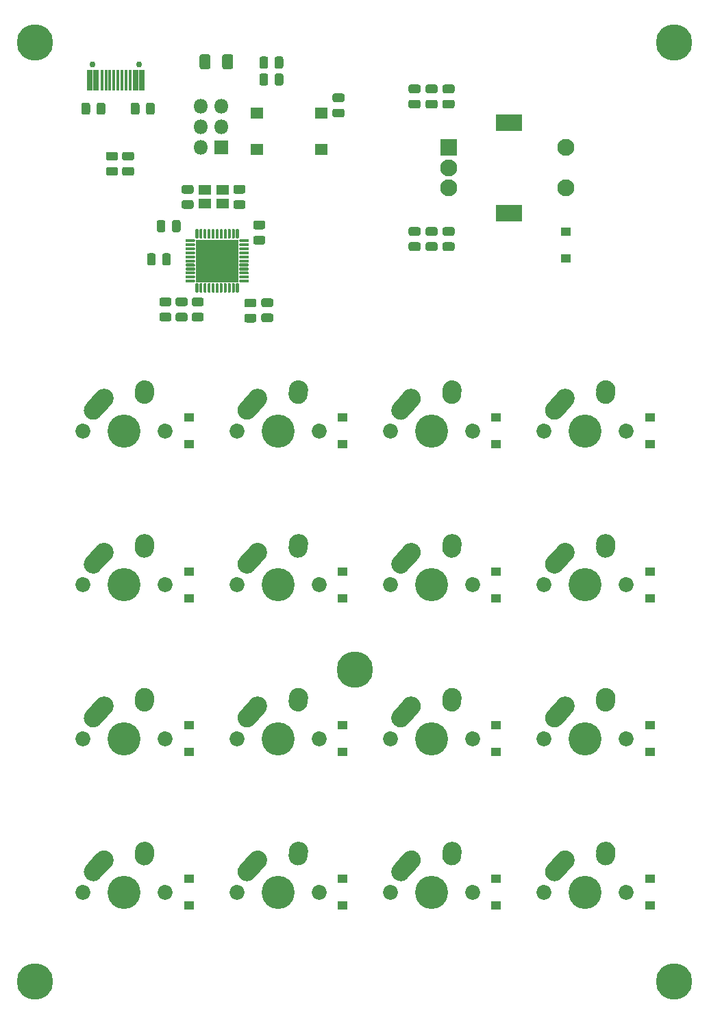
<source format=gbr>
%TF.GenerationSoftware,KiCad,Pcbnew,(5.1.6)-1*%
%TF.CreationDate,2020-09-07T19:59:05-05:00*%
%TF.ProjectId,deco-pad-v1,6465636f-2d70-4616-942d-76312e6b6963,rev?*%
%TF.SameCoordinates,Original*%
%TF.FileFunction,Soldermask,Bot*%
%TF.FilePolarity,Negative*%
%FSLAX46Y46*%
G04 Gerber Fmt 4.6, Leading zero omitted, Abs format (unit mm)*
G04 Created by KiCad (PCBNEW (5.1.6)-1) date 2020-09-07 19:59:05*
%MOMM*%
%LPD*%
G01*
G04 APERTURE LIST*
%ADD10R,5.300000X5.300000*%
%ADD11O,1.800000X1.800000*%
%ADD12R,1.800000X1.800000*%
%ADD13C,1.850000*%
%ADD14C,2.350000*%
%ADD15C,4.087800*%
%ADD16R,1.300000X1.000000*%
%ADD17R,1.500000X1.300000*%
%ADD18R,0.700000X2.550000*%
%ADD19R,0.400000X2.550000*%
%ADD20C,0.750000*%
%ADD21R,1.650000X1.400000*%
%ADD22R,2.100000X2.100000*%
%ADD23C,2.100000*%
%ADD24R,3.300000X2.100000*%
%ADD25C,0.800000*%
%ADD26C,4.500000*%
G04 APERTURE END LIST*
%TO.C,R5*%
G36*
G01*
X77100000Y-46481250D02*
X77100000Y-45518750D01*
G75*
G02*
X77368750Y-45250000I268750J0D01*
G01*
X77906250Y-45250000D01*
G75*
G02*
X78175000Y-45518750I0J-268750D01*
G01*
X78175000Y-46481250D01*
G75*
G02*
X77906250Y-46750000I-268750J0D01*
G01*
X77368750Y-46750000D01*
G75*
G02*
X77100000Y-46481250I0J268750D01*
G01*
G37*
G36*
G01*
X75225000Y-46481250D02*
X75225000Y-45518750D01*
G75*
G02*
X75493750Y-45250000I268750J0D01*
G01*
X76031250Y-45250000D01*
G75*
G02*
X76300000Y-45518750I0J-268750D01*
G01*
X76300000Y-46481250D01*
G75*
G02*
X76031250Y-46750000I-268750J0D01*
G01*
X75493750Y-46750000D01*
G75*
G02*
X75225000Y-46481250I0J268750D01*
G01*
G37*
%TD*%
%TO.C,D18*%
G36*
G01*
X77100000Y-48581250D02*
X77100000Y-47618750D01*
G75*
G02*
X77368750Y-47350000I268750J0D01*
G01*
X77906250Y-47350000D01*
G75*
G02*
X78175000Y-47618750I0J-268750D01*
G01*
X78175000Y-48581250D01*
G75*
G02*
X77906250Y-48850000I-268750J0D01*
G01*
X77368750Y-48850000D01*
G75*
G02*
X77100000Y-48581250I0J268750D01*
G01*
G37*
G36*
G01*
X75225000Y-48581250D02*
X75225000Y-47618750D01*
G75*
G02*
X75493750Y-47350000I268750J0D01*
G01*
X76031250Y-47350000D01*
G75*
G02*
X76300000Y-47618750I0J-268750D01*
G01*
X76300000Y-48581250D01*
G75*
G02*
X76031250Y-48850000I-268750J0D01*
G01*
X75493750Y-48850000D01*
G75*
G02*
X75225000Y-48581250I0J268750D01*
G01*
G37*
%TD*%
D10*
%TO.C,U1*%
X70000000Y-70500000D03*
G36*
G01*
X67325000Y-74337500D02*
X67325000Y-73337500D01*
G75*
G02*
X67412500Y-73250000I87500J0D01*
G01*
X67587500Y-73250000D01*
G75*
G02*
X67675000Y-73337500I0J-87500D01*
G01*
X67675000Y-74337500D01*
G75*
G02*
X67587500Y-74425000I-87500J0D01*
G01*
X67412500Y-74425000D01*
G75*
G02*
X67325000Y-74337500I0J87500D01*
G01*
G37*
G36*
G01*
X67825000Y-74337500D02*
X67825000Y-73337500D01*
G75*
G02*
X67912500Y-73250000I87500J0D01*
G01*
X68087500Y-73250000D01*
G75*
G02*
X68175000Y-73337500I0J-87500D01*
G01*
X68175000Y-74337500D01*
G75*
G02*
X68087500Y-74425000I-87500J0D01*
G01*
X67912500Y-74425000D01*
G75*
G02*
X67825000Y-74337500I0J87500D01*
G01*
G37*
G36*
G01*
X68325000Y-74337500D02*
X68325000Y-73337500D01*
G75*
G02*
X68412500Y-73250000I87500J0D01*
G01*
X68587500Y-73250000D01*
G75*
G02*
X68675000Y-73337500I0J-87500D01*
G01*
X68675000Y-74337500D01*
G75*
G02*
X68587500Y-74425000I-87500J0D01*
G01*
X68412500Y-74425000D01*
G75*
G02*
X68325000Y-74337500I0J87500D01*
G01*
G37*
G36*
G01*
X68825000Y-74337500D02*
X68825000Y-73337500D01*
G75*
G02*
X68912500Y-73250000I87500J0D01*
G01*
X69087500Y-73250000D01*
G75*
G02*
X69175000Y-73337500I0J-87500D01*
G01*
X69175000Y-74337500D01*
G75*
G02*
X69087500Y-74425000I-87500J0D01*
G01*
X68912500Y-74425000D01*
G75*
G02*
X68825000Y-74337500I0J87500D01*
G01*
G37*
G36*
G01*
X69325000Y-74337500D02*
X69325000Y-73337500D01*
G75*
G02*
X69412500Y-73250000I87500J0D01*
G01*
X69587500Y-73250000D01*
G75*
G02*
X69675000Y-73337500I0J-87500D01*
G01*
X69675000Y-74337500D01*
G75*
G02*
X69587500Y-74425000I-87500J0D01*
G01*
X69412500Y-74425000D01*
G75*
G02*
X69325000Y-74337500I0J87500D01*
G01*
G37*
G36*
G01*
X69825000Y-74337500D02*
X69825000Y-73337500D01*
G75*
G02*
X69912500Y-73250000I87500J0D01*
G01*
X70087500Y-73250000D01*
G75*
G02*
X70175000Y-73337500I0J-87500D01*
G01*
X70175000Y-74337500D01*
G75*
G02*
X70087500Y-74425000I-87500J0D01*
G01*
X69912500Y-74425000D01*
G75*
G02*
X69825000Y-74337500I0J87500D01*
G01*
G37*
G36*
G01*
X70325000Y-74337500D02*
X70325000Y-73337500D01*
G75*
G02*
X70412500Y-73250000I87500J0D01*
G01*
X70587500Y-73250000D01*
G75*
G02*
X70675000Y-73337500I0J-87500D01*
G01*
X70675000Y-74337500D01*
G75*
G02*
X70587500Y-74425000I-87500J0D01*
G01*
X70412500Y-74425000D01*
G75*
G02*
X70325000Y-74337500I0J87500D01*
G01*
G37*
G36*
G01*
X70825000Y-74337500D02*
X70825000Y-73337500D01*
G75*
G02*
X70912500Y-73250000I87500J0D01*
G01*
X71087500Y-73250000D01*
G75*
G02*
X71175000Y-73337500I0J-87500D01*
G01*
X71175000Y-74337500D01*
G75*
G02*
X71087500Y-74425000I-87500J0D01*
G01*
X70912500Y-74425000D01*
G75*
G02*
X70825000Y-74337500I0J87500D01*
G01*
G37*
G36*
G01*
X71325000Y-74337500D02*
X71325000Y-73337500D01*
G75*
G02*
X71412500Y-73250000I87500J0D01*
G01*
X71587500Y-73250000D01*
G75*
G02*
X71675000Y-73337500I0J-87500D01*
G01*
X71675000Y-74337500D01*
G75*
G02*
X71587500Y-74425000I-87500J0D01*
G01*
X71412500Y-74425000D01*
G75*
G02*
X71325000Y-74337500I0J87500D01*
G01*
G37*
G36*
G01*
X71825000Y-74337500D02*
X71825000Y-73337500D01*
G75*
G02*
X71912500Y-73250000I87500J0D01*
G01*
X72087500Y-73250000D01*
G75*
G02*
X72175000Y-73337500I0J-87500D01*
G01*
X72175000Y-74337500D01*
G75*
G02*
X72087500Y-74425000I-87500J0D01*
G01*
X71912500Y-74425000D01*
G75*
G02*
X71825000Y-74337500I0J87500D01*
G01*
G37*
G36*
G01*
X72325000Y-74337500D02*
X72325000Y-73337500D01*
G75*
G02*
X72412500Y-73250000I87500J0D01*
G01*
X72587500Y-73250000D01*
G75*
G02*
X72675000Y-73337500I0J-87500D01*
G01*
X72675000Y-74337500D01*
G75*
G02*
X72587500Y-74425000I-87500J0D01*
G01*
X72412500Y-74425000D01*
G75*
G02*
X72325000Y-74337500I0J87500D01*
G01*
G37*
G36*
G01*
X72750000Y-73087500D02*
X72750000Y-72912500D01*
G75*
G02*
X72837500Y-72825000I87500J0D01*
G01*
X73837500Y-72825000D01*
G75*
G02*
X73925000Y-72912500I0J-87500D01*
G01*
X73925000Y-73087500D01*
G75*
G02*
X73837500Y-73175000I-87500J0D01*
G01*
X72837500Y-73175000D01*
G75*
G02*
X72750000Y-73087500I0J87500D01*
G01*
G37*
G36*
G01*
X72750000Y-72587500D02*
X72750000Y-72412500D01*
G75*
G02*
X72837500Y-72325000I87500J0D01*
G01*
X73837500Y-72325000D01*
G75*
G02*
X73925000Y-72412500I0J-87500D01*
G01*
X73925000Y-72587500D01*
G75*
G02*
X73837500Y-72675000I-87500J0D01*
G01*
X72837500Y-72675000D01*
G75*
G02*
X72750000Y-72587500I0J87500D01*
G01*
G37*
G36*
G01*
X72750000Y-72087500D02*
X72750000Y-71912500D01*
G75*
G02*
X72837500Y-71825000I87500J0D01*
G01*
X73837500Y-71825000D01*
G75*
G02*
X73925000Y-71912500I0J-87500D01*
G01*
X73925000Y-72087500D01*
G75*
G02*
X73837500Y-72175000I-87500J0D01*
G01*
X72837500Y-72175000D01*
G75*
G02*
X72750000Y-72087500I0J87500D01*
G01*
G37*
G36*
G01*
X72750000Y-71587500D02*
X72750000Y-71412500D01*
G75*
G02*
X72837500Y-71325000I87500J0D01*
G01*
X73837500Y-71325000D01*
G75*
G02*
X73925000Y-71412500I0J-87500D01*
G01*
X73925000Y-71587500D01*
G75*
G02*
X73837500Y-71675000I-87500J0D01*
G01*
X72837500Y-71675000D01*
G75*
G02*
X72750000Y-71587500I0J87500D01*
G01*
G37*
G36*
G01*
X72750000Y-71087500D02*
X72750000Y-70912500D01*
G75*
G02*
X72837500Y-70825000I87500J0D01*
G01*
X73837500Y-70825000D01*
G75*
G02*
X73925000Y-70912500I0J-87500D01*
G01*
X73925000Y-71087500D01*
G75*
G02*
X73837500Y-71175000I-87500J0D01*
G01*
X72837500Y-71175000D01*
G75*
G02*
X72750000Y-71087500I0J87500D01*
G01*
G37*
G36*
G01*
X72750000Y-70587500D02*
X72750000Y-70412500D01*
G75*
G02*
X72837500Y-70325000I87500J0D01*
G01*
X73837500Y-70325000D01*
G75*
G02*
X73925000Y-70412500I0J-87500D01*
G01*
X73925000Y-70587500D01*
G75*
G02*
X73837500Y-70675000I-87500J0D01*
G01*
X72837500Y-70675000D01*
G75*
G02*
X72750000Y-70587500I0J87500D01*
G01*
G37*
G36*
G01*
X72750000Y-70087500D02*
X72750000Y-69912500D01*
G75*
G02*
X72837500Y-69825000I87500J0D01*
G01*
X73837500Y-69825000D01*
G75*
G02*
X73925000Y-69912500I0J-87500D01*
G01*
X73925000Y-70087500D01*
G75*
G02*
X73837500Y-70175000I-87500J0D01*
G01*
X72837500Y-70175000D01*
G75*
G02*
X72750000Y-70087500I0J87500D01*
G01*
G37*
G36*
G01*
X72750000Y-69587500D02*
X72750000Y-69412500D01*
G75*
G02*
X72837500Y-69325000I87500J0D01*
G01*
X73837500Y-69325000D01*
G75*
G02*
X73925000Y-69412500I0J-87500D01*
G01*
X73925000Y-69587500D01*
G75*
G02*
X73837500Y-69675000I-87500J0D01*
G01*
X72837500Y-69675000D01*
G75*
G02*
X72750000Y-69587500I0J87500D01*
G01*
G37*
G36*
G01*
X72750000Y-69087500D02*
X72750000Y-68912500D01*
G75*
G02*
X72837500Y-68825000I87500J0D01*
G01*
X73837500Y-68825000D01*
G75*
G02*
X73925000Y-68912500I0J-87500D01*
G01*
X73925000Y-69087500D01*
G75*
G02*
X73837500Y-69175000I-87500J0D01*
G01*
X72837500Y-69175000D01*
G75*
G02*
X72750000Y-69087500I0J87500D01*
G01*
G37*
G36*
G01*
X72750000Y-68587500D02*
X72750000Y-68412500D01*
G75*
G02*
X72837500Y-68325000I87500J0D01*
G01*
X73837500Y-68325000D01*
G75*
G02*
X73925000Y-68412500I0J-87500D01*
G01*
X73925000Y-68587500D01*
G75*
G02*
X73837500Y-68675000I-87500J0D01*
G01*
X72837500Y-68675000D01*
G75*
G02*
X72750000Y-68587500I0J87500D01*
G01*
G37*
G36*
G01*
X72750000Y-68087500D02*
X72750000Y-67912500D01*
G75*
G02*
X72837500Y-67825000I87500J0D01*
G01*
X73837500Y-67825000D01*
G75*
G02*
X73925000Y-67912500I0J-87500D01*
G01*
X73925000Y-68087500D01*
G75*
G02*
X73837500Y-68175000I-87500J0D01*
G01*
X72837500Y-68175000D01*
G75*
G02*
X72750000Y-68087500I0J87500D01*
G01*
G37*
G36*
G01*
X72325000Y-67662500D02*
X72325000Y-66662500D01*
G75*
G02*
X72412500Y-66575000I87500J0D01*
G01*
X72587500Y-66575000D01*
G75*
G02*
X72675000Y-66662500I0J-87500D01*
G01*
X72675000Y-67662500D01*
G75*
G02*
X72587500Y-67750000I-87500J0D01*
G01*
X72412500Y-67750000D01*
G75*
G02*
X72325000Y-67662500I0J87500D01*
G01*
G37*
G36*
G01*
X71825000Y-67662500D02*
X71825000Y-66662500D01*
G75*
G02*
X71912500Y-66575000I87500J0D01*
G01*
X72087500Y-66575000D01*
G75*
G02*
X72175000Y-66662500I0J-87500D01*
G01*
X72175000Y-67662500D01*
G75*
G02*
X72087500Y-67750000I-87500J0D01*
G01*
X71912500Y-67750000D01*
G75*
G02*
X71825000Y-67662500I0J87500D01*
G01*
G37*
G36*
G01*
X71325000Y-67662500D02*
X71325000Y-66662500D01*
G75*
G02*
X71412500Y-66575000I87500J0D01*
G01*
X71587500Y-66575000D01*
G75*
G02*
X71675000Y-66662500I0J-87500D01*
G01*
X71675000Y-67662500D01*
G75*
G02*
X71587500Y-67750000I-87500J0D01*
G01*
X71412500Y-67750000D01*
G75*
G02*
X71325000Y-67662500I0J87500D01*
G01*
G37*
G36*
G01*
X70825000Y-67662500D02*
X70825000Y-66662500D01*
G75*
G02*
X70912500Y-66575000I87500J0D01*
G01*
X71087500Y-66575000D01*
G75*
G02*
X71175000Y-66662500I0J-87500D01*
G01*
X71175000Y-67662500D01*
G75*
G02*
X71087500Y-67750000I-87500J0D01*
G01*
X70912500Y-67750000D01*
G75*
G02*
X70825000Y-67662500I0J87500D01*
G01*
G37*
G36*
G01*
X70325000Y-67662500D02*
X70325000Y-66662500D01*
G75*
G02*
X70412500Y-66575000I87500J0D01*
G01*
X70587500Y-66575000D01*
G75*
G02*
X70675000Y-66662500I0J-87500D01*
G01*
X70675000Y-67662500D01*
G75*
G02*
X70587500Y-67750000I-87500J0D01*
G01*
X70412500Y-67750000D01*
G75*
G02*
X70325000Y-67662500I0J87500D01*
G01*
G37*
G36*
G01*
X69825000Y-67662500D02*
X69825000Y-66662500D01*
G75*
G02*
X69912500Y-66575000I87500J0D01*
G01*
X70087500Y-66575000D01*
G75*
G02*
X70175000Y-66662500I0J-87500D01*
G01*
X70175000Y-67662500D01*
G75*
G02*
X70087500Y-67750000I-87500J0D01*
G01*
X69912500Y-67750000D01*
G75*
G02*
X69825000Y-67662500I0J87500D01*
G01*
G37*
G36*
G01*
X69325000Y-67662500D02*
X69325000Y-66662500D01*
G75*
G02*
X69412500Y-66575000I87500J0D01*
G01*
X69587500Y-66575000D01*
G75*
G02*
X69675000Y-66662500I0J-87500D01*
G01*
X69675000Y-67662500D01*
G75*
G02*
X69587500Y-67750000I-87500J0D01*
G01*
X69412500Y-67750000D01*
G75*
G02*
X69325000Y-67662500I0J87500D01*
G01*
G37*
G36*
G01*
X68825000Y-67662500D02*
X68825000Y-66662500D01*
G75*
G02*
X68912500Y-66575000I87500J0D01*
G01*
X69087500Y-66575000D01*
G75*
G02*
X69175000Y-66662500I0J-87500D01*
G01*
X69175000Y-67662500D01*
G75*
G02*
X69087500Y-67750000I-87500J0D01*
G01*
X68912500Y-67750000D01*
G75*
G02*
X68825000Y-67662500I0J87500D01*
G01*
G37*
G36*
G01*
X68325000Y-67662500D02*
X68325000Y-66662500D01*
G75*
G02*
X68412500Y-66575000I87500J0D01*
G01*
X68587500Y-66575000D01*
G75*
G02*
X68675000Y-66662500I0J-87500D01*
G01*
X68675000Y-67662500D01*
G75*
G02*
X68587500Y-67750000I-87500J0D01*
G01*
X68412500Y-67750000D01*
G75*
G02*
X68325000Y-67662500I0J87500D01*
G01*
G37*
G36*
G01*
X67825000Y-67662500D02*
X67825000Y-66662500D01*
G75*
G02*
X67912500Y-66575000I87500J0D01*
G01*
X68087500Y-66575000D01*
G75*
G02*
X68175000Y-66662500I0J-87500D01*
G01*
X68175000Y-67662500D01*
G75*
G02*
X68087500Y-67750000I-87500J0D01*
G01*
X67912500Y-67750000D01*
G75*
G02*
X67825000Y-67662500I0J87500D01*
G01*
G37*
G36*
G01*
X67325000Y-67662500D02*
X67325000Y-66662500D01*
G75*
G02*
X67412500Y-66575000I87500J0D01*
G01*
X67587500Y-66575000D01*
G75*
G02*
X67675000Y-66662500I0J-87500D01*
G01*
X67675000Y-67662500D01*
G75*
G02*
X67587500Y-67750000I-87500J0D01*
G01*
X67412500Y-67750000D01*
G75*
G02*
X67325000Y-67662500I0J87500D01*
G01*
G37*
G36*
G01*
X66075000Y-68087500D02*
X66075000Y-67912500D01*
G75*
G02*
X66162500Y-67825000I87500J0D01*
G01*
X67162500Y-67825000D01*
G75*
G02*
X67250000Y-67912500I0J-87500D01*
G01*
X67250000Y-68087500D01*
G75*
G02*
X67162500Y-68175000I-87500J0D01*
G01*
X66162500Y-68175000D01*
G75*
G02*
X66075000Y-68087500I0J87500D01*
G01*
G37*
G36*
G01*
X66075000Y-68587500D02*
X66075000Y-68412500D01*
G75*
G02*
X66162500Y-68325000I87500J0D01*
G01*
X67162500Y-68325000D01*
G75*
G02*
X67250000Y-68412500I0J-87500D01*
G01*
X67250000Y-68587500D01*
G75*
G02*
X67162500Y-68675000I-87500J0D01*
G01*
X66162500Y-68675000D01*
G75*
G02*
X66075000Y-68587500I0J87500D01*
G01*
G37*
G36*
G01*
X66075000Y-69087500D02*
X66075000Y-68912500D01*
G75*
G02*
X66162500Y-68825000I87500J0D01*
G01*
X67162500Y-68825000D01*
G75*
G02*
X67250000Y-68912500I0J-87500D01*
G01*
X67250000Y-69087500D01*
G75*
G02*
X67162500Y-69175000I-87500J0D01*
G01*
X66162500Y-69175000D01*
G75*
G02*
X66075000Y-69087500I0J87500D01*
G01*
G37*
G36*
G01*
X66075000Y-69587500D02*
X66075000Y-69412500D01*
G75*
G02*
X66162500Y-69325000I87500J0D01*
G01*
X67162500Y-69325000D01*
G75*
G02*
X67250000Y-69412500I0J-87500D01*
G01*
X67250000Y-69587500D01*
G75*
G02*
X67162500Y-69675000I-87500J0D01*
G01*
X66162500Y-69675000D01*
G75*
G02*
X66075000Y-69587500I0J87500D01*
G01*
G37*
G36*
G01*
X66075000Y-70087500D02*
X66075000Y-69912500D01*
G75*
G02*
X66162500Y-69825000I87500J0D01*
G01*
X67162500Y-69825000D01*
G75*
G02*
X67250000Y-69912500I0J-87500D01*
G01*
X67250000Y-70087500D01*
G75*
G02*
X67162500Y-70175000I-87500J0D01*
G01*
X66162500Y-70175000D01*
G75*
G02*
X66075000Y-70087500I0J87500D01*
G01*
G37*
G36*
G01*
X66075000Y-70587500D02*
X66075000Y-70412500D01*
G75*
G02*
X66162500Y-70325000I87500J0D01*
G01*
X67162500Y-70325000D01*
G75*
G02*
X67250000Y-70412500I0J-87500D01*
G01*
X67250000Y-70587500D01*
G75*
G02*
X67162500Y-70675000I-87500J0D01*
G01*
X66162500Y-70675000D01*
G75*
G02*
X66075000Y-70587500I0J87500D01*
G01*
G37*
G36*
G01*
X66075000Y-71087500D02*
X66075000Y-70912500D01*
G75*
G02*
X66162500Y-70825000I87500J0D01*
G01*
X67162500Y-70825000D01*
G75*
G02*
X67250000Y-70912500I0J-87500D01*
G01*
X67250000Y-71087500D01*
G75*
G02*
X67162500Y-71175000I-87500J0D01*
G01*
X66162500Y-71175000D01*
G75*
G02*
X66075000Y-71087500I0J87500D01*
G01*
G37*
G36*
G01*
X66075000Y-71587500D02*
X66075000Y-71412500D01*
G75*
G02*
X66162500Y-71325000I87500J0D01*
G01*
X67162500Y-71325000D01*
G75*
G02*
X67250000Y-71412500I0J-87500D01*
G01*
X67250000Y-71587500D01*
G75*
G02*
X67162500Y-71675000I-87500J0D01*
G01*
X66162500Y-71675000D01*
G75*
G02*
X66075000Y-71587500I0J87500D01*
G01*
G37*
G36*
G01*
X66075000Y-72087500D02*
X66075000Y-71912500D01*
G75*
G02*
X66162500Y-71825000I87500J0D01*
G01*
X67162500Y-71825000D01*
G75*
G02*
X67250000Y-71912500I0J-87500D01*
G01*
X67250000Y-72087500D01*
G75*
G02*
X67162500Y-72175000I-87500J0D01*
G01*
X66162500Y-72175000D01*
G75*
G02*
X66075000Y-72087500I0J87500D01*
G01*
G37*
G36*
G01*
X66075000Y-72587500D02*
X66075000Y-72412500D01*
G75*
G02*
X66162500Y-72325000I87500J0D01*
G01*
X67162500Y-72325000D01*
G75*
G02*
X67250000Y-72412500I0J-87500D01*
G01*
X67250000Y-72587500D01*
G75*
G02*
X67162500Y-72675000I-87500J0D01*
G01*
X66162500Y-72675000D01*
G75*
G02*
X66075000Y-72587500I0J87500D01*
G01*
G37*
G36*
G01*
X66075000Y-73087500D02*
X66075000Y-72912500D01*
G75*
G02*
X66162500Y-72825000I87500J0D01*
G01*
X67162500Y-72825000D01*
G75*
G02*
X67250000Y-72912500I0J-87500D01*
G01*
X67250000Y-73087500D01*
G75*
G02*
X67162500Y-73175000I-87500J0D01*
G01*
X66162500Y-73175000D01*
G75*
G02*
X66075000Y-73087500I0J87500D01*
G01*
G37*
%TD*%
D11*
%TO.C,J1*%
X67960000Y-51420000D03*
X70500000Y-51420000D03*
X67960000Y-53960000D03*
X70500000Y-53960000D03*
X67960000Y-56500000D03*
D12*
X70500000Y-56500000D03*
%TD*%
D13*
%TO.C,MX5*%
X82580000Y-91500000D03*
X72420000Y-91500000D03*
D14*
X75000000Y-87500000D03*
D15*
X77500000Y-91500000D03*
G36*
G01*
X72905291Y-89834560D02*
X72905291Y-89834561D01*
G75*
G02*
X72815439Y-88175291I784709J874561D01*
G01*
X74125441Y-86715291D01*
G75*
G02*
X75784711Y-86625439I874561J-784709D01*
G01*
X75784711Y-86625439D01*
G75*
G02*
X75874563Y-88284709I-784709J-874561D01*
G01*
X74564561Y-89744709D01*
G75*
G02*
X72905291Y-89834561I-874561J784709D01*
G01*
G37*
D14*
X80040000Y-86420000D03*
G36*
G01*
X79919157Y-88172216D02*
X79919157Y-88172216D01*
G75*
G02*
X78827784Y-86919157I80843J1172216D01*
G01*
X78867784Y-86339157D01*
G75*
G02*
X80120843Y-85247784I1172216J-80843D01*
G01*
X80120843Y-85247784D01*
G75*
G02*
X81212216Y-86500843I-80843J-1172216D01*
G01*
X81172216Y-87080843D01*
G75*
G02*
X79919157Y-88172216I-1172216J80843D01*
G01*
G37*
%TD*%
%TO.C,R4*%
G36*
G01*
X58518750Y-58900000D02*
X59481250Y-58900000D01*
G75*
G02*
X59750000Y-59168750I0J-268750D01*
G01*
X59750000Y-59706250D01*
G75*
G02*
X59481250Y-59975000I-268750J0D01*
G01*
X58518750Y-59975000D01*
G75*
G02*
X58250000Y-59706250I0J268750D01*
G01*
X58250000Y-59168750D01*
G75*
G02*
X58518750Y-58900000I268750J0D01*
G01*
G37*
G36*
G01*
X58518750Y-57025000D02*
X59481250Y-57025000D01*
G75*
G02*
X59750000Y-57293750I0J-268750D01*
G01*
X59750000Y-57831250D01*
G75*
G02*
X59481250Y-58100000I-268750J0D01*
G01*
X58518750Y-58100000D01*
G75*
G02*
X58250000Y-57831250I0J268750D01*
G01*
X58250000Y-57293750D01*
G75*
G02*
X58518750Y-57025000I268750J0D01*
G01*
G37*
%TD*%
%TO.C,R9*%
G36*
G01*
X94881250Y-49800000D02*
X93918750Y-49800000D01*
G75*
G02*
X93650000Y-49531250I0J268750D01*
G01*
X93650000Y-48993750D01*
G75*
G02*
X93918750Y-48725000I268750J0D01*
G01*
X94881250Y-48725000D01*
G75*
G02*
X95150000Y-48993750I0J-268750D01*
G01*
X95150000Y-49531250D01*
G75*
G02*
X94881250Y-49800000I-268750J0D01*
G01*
G37*
G36*
G01*
X94881250Y-51675000D02*
X93918750Y-51675000D01*
G75*
G02*
X93650000Y-51406250I0J268750D01*
G01*
X93650000Y-50868750D01*
G75*
G02*
X93918750Y-50600000I268750J0D01*
G01*
X94881250Y-50600000D01*
G75*
G02*
X95150000Y-50868750I0J-268750D01*
G01*
X95150000Y-51406250D01*
G75*
G02*
X94881250Y-51675000I-268750J0D01*
G01*
G37*
%TD*%
%TO.C,R8*%
G36*
G01*
X93918750Y-68200000D02*
X94881250Y-68200000D01*
G75*
G02*
X95150000Y-68468750I0J-268750D01*
G01*
X95150000Y-69006250D01*
G75*
G02*
X94881250Y-69275000I-268750J0D01*
G01*
X93918750Y-69275000D01*
G75*
G02*
X93650000Y-69006250I0J268750D01*
G01*
X93650000Y-68468750D01*
G75*
G02*
X93918750Y-68200000I268750J0D01*
G01*
G37*
G36*
G01*
X93918750Y-66325000D02*
X94881250Y-66325000D01*
G75*
G02*
X95150000Y-66593750I0J-268750D01*
G01*
X95150000Y-67131250D01*
G75*
G02*
X94881250Y-67400000I-268750J0D01*
G01*
X93918750Y-67400000D01*
G75*
G02*
X93650000Y-67131250I0J268750D01*
G01*
X93650000Y-66593750D01*
G75*
G02*
X93918750Y-66325000I268750J0D01*
G01*
G37*
%TD*%
%TO.C,R7*%
G36*
G01*
X99081250Y-67400000D02*
X98118750Y-67400000D01*
G75*
G02*
X97850000Y-67131250I0J268750D01*
G01*
X97850000Y-66593750D01*
G75*
G02*
X98118750Y-66325000I268750J0D01*
G01*
X99081250Y-66325000D01*
G75*
G02*
X99350000Y-66593750I0J-268750D01*
G01*
X99350000Y-67131250D01*
G75*
G02*
X99081250Y-67400000I-268750J0D01*
G01*
G37*
G36*
G01*
X99081250Y-69275000D02*
X98118750Y-69275000D01*
G75*
G02*
X97850000Y-69006250I0J268750D01*
G01*
X97850000Y-68468750D01*
G75*
G02*
X98118750Y-68200000I268750J0D01*
G01*
X99081250Y-68200000D01*
G75*
G02*
X99350000Y-68468750I0J-268750D01*
G01*
X99350000Y-69006250D01*
G75*
G02*
X99081250Y-69275000I-268750J0D01*
G01*
G37*
%TD*%
%TO.C,R6*%
G36*
G01*
X98118750Y-50600000D02*
X99081250Y-50600000D01*
G75*
G02*
X99350000Y-50868750I0J-268750D01*
G01*
X99350000Y-51406250D01*
G75*
G02*
X99081250Y-51675000I-268750J0D01*
G01*
X98118750Y-51675000D01*
G75*
G02*
X97850000Y-51406250I0J268750D01*
G01*
X97850000Y-50868750D01*
G75*
G02*
X98118750Y-50600000I268750J0D01*
G01*
G37*
G36*
G01*
X98118750Y-48725000D02*
X99081250Y-48725000D01*
G75*
G02*
X99350000Y-48993750I0J-268750D01*
G01*
X99350000Y-49531250D01*
G75*
G02*
X99081250Y-49800000I-268750J0D01*
G01*
X98118750Y-49800000D01*
G75*
G02*
X97850000Y-49531250I0J268750D01*
G01*
X97850000Y-48993750D01*
G75*
G02*
X98118750Y-48725000I268750J0D01*
G01*
G37*
%TD*%
D16*
%TO.C,D17*%
X113100000Y-66850000D03*
X113100000Y-70150000D03*
%TD*%
%TO.C,C2*%
G36*
G01*
X96018750Y-50600000D02*
X96981250Y-50600000D01*
G75*
G02*
X97250000Y-50868750I0J-268750D01*
G01*
X97250000Y-51406250D01*
G75*
G02*
X96981250Y-51675000I-268750J0D01*
G01*
X96018750Y-51675000D01*
G75*
G02*
X95750000Y-51406250I0J268750D01*
G01*
X95750000Y-50868750D01*
G75*
G02*
X96018750Y-50600000I268750J0D01*
G01*
G37*
G36*
G01*
X96018750Y-48725000D02*
X96981250Y-48725000D01*
G75*
G02*
X97250000Y-48993750I0J-268750D01*
G01*
X97250000Y-49531250D01*
G75*
G02*
X96981250Y-49800000I-268750J0D01*
G01*
X96018750Y-49800000D01*
G75*
G02*
X95750000Y-49531250I0J268750D01*
G01*
X95750000Y-48993750D01*
G75*
G02*
X96018750Y-48725000I268750J0D01*
G01*
G37*
%TD*%
%TO.C,C1*%
G36*
G01*
X96981250Y-67400000D02*
X96018750Y-67400000D01*
G75*
G02*
X95750000Y-67131250I0J268750D01*
G01*
X95750000Y-66593750D01*
G75*
G02*
X96018750Y-66325000I268750J0D01*
G01*
X96981250Y-66325000D01*
G75*
G02*
X97250000Y-66593750I0J-268750D01*
G01*
X97250000Y-67131250D01*
G75*
G02*
X96981250Y-67400000I-268750J0D01*
G01*
G37*
G36*
G01*
X96981250Y-69275000D02*
X96018750Y-69275000D01*
G75*
G02*
X95750000Y-69006250I0J268750D01*
G01*
X95750000Y-68468750D01*
G75*
G02*
X96018750Y-68200000I268750J0D01*
G01*
X96981250Y-68200000D01*
G75*
G02*
X97250000Y-68468750I0J-268750D01*
G01*
X97250000Y-69006250D01*
G75*
G02*
X96981250Y-69275000I-268750J0D01*
G01*
G37*
%TD*%
D13*
%TO.C,MX12*%
X101580000Y-148500000D03*
X91420000Y-148500000D03*
D14*
X94000000Y-144500000D03*
D15*
X96500000Y-148500000D03*
G36*
G01*
X91905291Y-146834560D02*
X91905291Y-146834561D01*
G75*
G02*
X91815439Y-145175291I784709J874561D01*
G01*
X93125441Y-143715291D01*
G75*
G02*
X94784711Y-143625439I874561J-784709D01*
G01*
X94784711Y-143625439D01*
G75*
G02*
X94874563Y-145284709I-784709J-874561D01*
G01*
X93564561Y-146744709D01*
G75*
G02*
X91905291Y-146834561I-874561J784709D01*
G01*
G37*
D14*
X99040000Y-143420000D03*
G36*
G01*
X98919157Y-145172216D02*
X98919157Y-145172216D01*
G75*
G02*
X97827784Y-143919157I80843J1172216D01*
G01*
X97867784Y-143339157D01*
G75*
G02*
X99120843Y-142247784I1172216J-80843D01*
G01*
X99120843Y-142247784D01*
G75*
G02*
X100212216Y-143500843I-80843J-1172216D01*
G01*
X100172216Y-144080843D01*
G75*
G02*
X98919157Y-145172216I-1172216J80843D01*
G01*
G37*
%TD*%
D13*
%TO.C,MX13*%
X120580000Y-91500000D03*
X110420000Y-91500000D03*
D14*
X113000000Y-87500000D03*
D15*
X115500000Y-91500000D03*
G36*
G01*
X110905291Y-89834560D02*
X110905291Y-89834561D01*
G75*
G02*
X110815439Y-88175291I784709J874561D01*
G01*
X112125441Y-86715291D01*
G75*
G02*
X113784711Y-86625439I874561J-784709D01*
G01*
X113784711Y-86625439D01*
G75*
G02*
X113874563Y-88284709I-784709J-874561D01*
G01*
X112564561Y-89744709D01*
G75*
G02*
X110905291Y-89834561I-874561J784709D01*
G01*
G37*
D14*
X118040000Y-86420000D03*
G36*
G01*
X117919157Y-88172216D02*
X117919157Y-88172216D01*
G75*
G02*
X116827784Y-86919157I80843J1172216D01*
G01*
X116867784Y-86339157D01*
G75*
G02*
X118120843Y-85247784I1172216J-80843D01*
G01*
X118120843Y-85247784D01*
G75*
G02*
X119212216Y-86500843I-80843J-1172216D01*
G01*
X119172216Y-87080843D01*
G75*
G02*
X117919157Y-88172216I-1172216J80843D01*
G01*
G37*
%TD*%
D13*
%TO.C,MX9*%
X101580000Y-91500000D03*
X91420000Y-91500000D03*
D14*
X94000000Y-87500000D03*
D15*
X96500000Y-91500000D03*
G36*
G01*
X91905291Y-89834560D02*
X91905291Y-89834561D01*
G75*
G02*
X91815439Y-88175291I784709J874561D01*
G01*
X93125441Y-86715291D01*
G75*
G02*
X94784711Y-86625439I874561J-784709D01*
G01*
X94784711Y-86625439D01*
G75*
G02*
X94874563Y-88284709I-784709J-874561D01*
G01*
X93564561Y-89744709D01*
G75*
G02*
X91905291Y-89834561I-874561J784709D01*
G01*
G37*
D14*
X99040000Y-86420000D03*
G36*
G01*
X98919157Y-88172216D02*
X98919157Y-88172216D01*
G75*
G02*
X97827784Y-86919157I80843J1172216D01*
G01*
X97867784Y-86339157D01*
G75*
G02*
X99120843Y-85247784I1172216J-80843D01*
G01*
X99120843Y-85247784D01*
G75*
G02*
X100212216Y-86500843I-80843J-1172216D01*
G01*
X100172216Y-87080843D01*
G75*
G02*
X98919157Y-88172216I-1172216J80843D01*
G01*
G37*
%TD*%
D17*
%TO.C,Y1*%
X70650000Y-61750000D03*
X68450000Y-61750000D03*
X68450000Y-63450000D03*
X70650000Y-63450000D03*
%TD*%
D18*
%TO.C,USB1*%
X60725000Y-48195000D03*
X54275000Y-48195000D03*
X59950000Y-48195000D03*
X55050000Y-48195000D03*
D19*
X55750000Y-48195000D03*
X59250000Y-48195000D03*
X56250000Y-48195000D03*
X58750000Y-48195000D03*
X56750000Y-48195000D03*
X58250000Y-48195000D03*
X57750000Y-48195000D03*
X57250000Y-48195000D03*
D20*
X60390000Y-46250000D03*
X54610000Y-46250000D03*
%TD*%
D21*
%TO.C,SW2*%
X82875000Y-52250000D03*
X74925000Y-52250000D03*
X82875000Y-56750000D03*
X74925000Y-56750000D03*
%TD*%
D22*
%TO.C,SW1*%
X98600000Y-56500000D03*
D23*
X98600000Y-59000000D03*
X98600000Y-61500000D03*
D24*
X106100000Y-53400000D03*
X106100000Y-64600000D03*
D23*
X113100000Y-56500000D03*
X113100000Y-61500000D03*
%TD*%
%TO.C,R11*%
G36*
G01*
X76681250Y-76200000D02*
X75718750Y-76200000D01*
G75*
G02*
X75450000Y-75931250I0J268750D01*
G01*
X75450000Y-75393750D01*
G75*
G02*
X75718750Y-75125000I268750J0D01*
G01*
X76681250Y-75125000D01*
G75*
G02*
X76950000Y-75393750I0J-268750D01*
G01*
X76950000Y-75931250D01*
G75*
G02*
X76681250Y-76200000I-268750J0D01*
G01*
G37*
G36*
G01*
X76681250Y-78075000D02*
X75718750Y-78075000D01*
G75*
G02*
X75450000Y-77806250I0J268750D01*
G01*
X75450000Y-77268750D01*
G75*
G02*
X75718750Y-77000000I268750J0D01*
G01*
X76681250Y-77000000D01*
G75*
G02*
X76950000Y-77268750I0J-268750D01*
G01*
X76950000Y-77806250D01*
G75*
G02*
X76681250Y-78075000I-268750J0D01*
G01*
G37*
%TD*%
%TO.C,R10*%
G36*
G01*
X84518750Y-51700000D02*
X85481250Y-51700000D01*
G75*
G02*
X85750000Y-51968750I0J-268750D01*
G01*
X85750000Y-52506250D01*
G75*
G02*
X85481250Y-52775000I-268750J0D01*
G01*
X84518750Y-52775000D01*
G75*
G02*
X84250000Y-52506250I0J268750D01*
G01*
X84250000Y-51968750D01*
G75*
G02*
X84518750Y-51700000I268750J0D01*
G01*
G37*
G36*
G01*
X84518750Y-49825000D02*
X85481250Y-49825000D01*
G75*
G02*
X85750000Y-50093750I0J-268750D01*
G01*
X85750000Y-50631250D01*
G75*
G02*
X85481250Y-50900000I-268750J0D01*
G01*
X84518750Y-50900000D01*
G75*
G02*
X84250000Y-50631250I0J268750D01*
G01*
X84250000Y-50093750D01*
G75*
G02*
X84518750Y-49825000I268750J0D01*
G01*
G37*
%TD*%
%TO.C,R3*%
G36*
G01*
X57481250Y-58100000D02*
X56518750Y-58100000D01*
G75*
G02*
X56250000Y-57831250I0J268750D01*
G01*
X56250000Y-57293750D01*
G75*
G02*
X56518750Y-57025000I268750J0D01*
G01*
X57481250Y-57025000D01*
G75*
G02*
X57750000Y-57293750I0J-268750D01*
G01*
X57750000Y-57831250D01*
G75*
G02*
X57481250Y-58100000I-268750J0D01*
G01*
G37*
G36*
G01*
X57481250Y-59975000D02*
X56518750Y-59975000D01*
G75*
G02*
X56250000Y-59706250I0J268750D01*
G01*
X56250000Y-59168750D01*
G75*
G02*
X56518750Y-58900000I268750J0D01*
G01*
X57481250Y-58900000D01*
G75*
G02*
X57750000Y-59168750I0J-268750D01*
G01*
X57750000Y-59706250D01*
G75*
G02*
X57481250Y-59975000I-268750J0D01*
G01*
G37*
%TD*%
%TO.C,R2*%
G36*
G01*
X54300000Y-51218750D02*
X54300000Y-52181250D01*
G75*
G02*
X54031250Y-52450000I-268750J0D01*
G01*
X53493750Y-52450000D01*
G75*
G02*
X53225000Y-52181250I0J268750D01*
G01*
X53225000Y-51218750D01*
G75*
G02*
X53493750Y-50950000I268750J0D01*
G01*
X54031250Y-50950000D01*
G75*
G02*
X54300000Y-51218750I0J-268750D01*
G01*
G37*
G36*
G01*
X56175000Y-51218750D02*
X56175000Y-52181250D01*
G75*
G02*
X55906250Y-52450000I-268750J0D01*
G01*
X55368750Y-52450000D01*
G75*
G02*
X55100000Y-52181250I0J268750D01*
G01*
X55100000Y-51218750D01*
G75*
G02*
X55368750Y-50950000I268750J0D01*
G01*
X55906250Y-50950000D01*
G75*
G02*
X56175000Y-51218750I0J-268750D01*
G01*
G37*
%TD*%
%TO.C,R1*%
G36*
G01*
X61200000Y-52181250D02*
X61200000Y-51218750D01*
G75*
G02*
X61468750Y-50950000I268750J0D01*
G01*
X62006250Y-50950000D01*
G75*
G02*
X62275000Y-51218750I0J-268750D01*
G01*
X62275000Y-52181250D01*
G75*
G02*
X62006250Y-52450000I-268750J0D01*
G01*
X61468750Y-52450000D01*
G75*
G02*
X61200000Y-52181250I0J268750D01*
G01*
G37*
G36*
G01*
X59325000Y-52181250D02*
X59325000Y-51218750D01*
G75*
G02*
X59593750Y-50950000I268750J0D01*
G01*
X60131250Y-50950000D01*
G75*
G02*
X60400000Y-51218750I0J-268750D01*
G01*
X60400000Y-52181250D01*
G75*
G02*
X60131250Y-52450000I-268750J0D01*
G01*
X59593750Y-52450000D01*
G75*
G02*
X59325000Y-52181250I0J268750D01*
G01*
G37*
%TD*%
D13*
%TO.C,MX16*%
X120580000Y-148500000D03*
X110420000Y-148500000D03*
D14*
X113000000Y-144500000D03*
D15*
X115500000Y-148500000D03*
G36*
G01*
X110905291Y-146834560D02*
X110905291Y-146834561D01*
G75*
G02*
X110815439Y-145175291I784709J874561D01*
G01*
X112125441Y-143715291D01*
G75*
G02*
X113784711Y-143625439I874561J-784709D01*
G01*
X113784711Y-143625439D01*
G75*
G02*
X113874563Y-145284709I-784709J-874561D01*
G01*
X112564561Y-146744709D01*
G75*
G02*
X110905291Y-146834561I-874561J784709D01*
G01*
G37*
D14*
X118040000Y-143420000D03*
G36*
G01*
X117919157Y-145172216D02*
X117919157Y-145172216D01*
G75*
G02*
X116827784Y-143919157I80843J1172216D01*
G01*
X116867784Y-143339157D01*
G75*
G02*
X118120843Y-142247784I1172216J-80843D01*
G01*
X118120843Y-142247784D01*
G75*
G02*
X119212216Y-143500843I-80843J-1172216D01*
G01*
X119172216Y-144080843D01*
G75*
G02*
X117919157Y-145172216I-1172216J80843D01*
G01*
G37*
%TD*%
D13*
%TO.C,MX15*%
X120580000Y-129500000D03*
X110420000Y-129500000D03*
D14*
X113000000Y-125500000D03*
D15*
X115500000Y-129500000D03*
G36*
G01*
X110905291Y-127834560D02*
X110905291Y-127834561D01*
G75*
G02*
X110815439Y-126175291I784709J874561D01*
G01*
X112125441Y-124715291D01*
G75*
G02*
X113784711Y-124625439I874561J-784709D01*
G01*
X113784711Y-124625439D01*
G75*
G02*
X113874563Y-126284709I-784709J-874561D01*
G01*
X112564561Y-127744709D01*
G75*
G02*
X110905291Y-127834561I-874561J784709D01*
G01*
G37*
D14*
X118040000Y-124420000D03*
G36*
G01*
X117919157Y-126172216D02*
X117919157Y-126172216D01*
G75*
G02*
X116827784Y-124919157I80843J1172216D01*
G01*
X116867784Y-124339157D01*
G75*
G02*
X118120843Y-123247784I1172216J-80843D01*
G01*
X118120843Y-123247784D01*
G75*
G02*
X119212216Y-124500843I-80843J-1172216D01*
G01*
X119172216Y-125080843D01*
G75*
G02*
X117919157Y-126172216I-1172216J80843D01*
G01*
G37*
%TD*%
D13*
%TO.C,MX14*%
X120580000Y-110500000D03*
X110420000Y-110500000D03*
D14*
X113000000Y-106500000D03*
D15*
X115500000Y-110500000D03*
G36*
G01*
X110905291Y-108834560D02*
X110905291Y-108834561D01*
G75*
G02*
X110815439Y-107175291I784709J874561D01*
G01*
X112125441Y-105715291D01*
G75*
G02*
X113784711Y-105625439I874561J-784709D01*
G01*
X113784711Y-105625439D01*
G75*
G02*
X113874563Y-107284709I-784709J-874561D01*
G01*
X112564561Y-108744709D01*
G75*
G02*
X110905291Y-108834561I-874561J784709D01*
G01*
G37*
D14*
X118040000Y-105420000D03*
G36*
G01*
X117919157Y-107172216D02*
X117919157Y-107172216D01*
G75*
G02*
X116827784Y-105919157I80843J1172216D01*
G01*
X116867784Y-105339157D01*
G75*
G02*
X118120843Y-104247784I1172216J-80843D01*
G01*
X118120843Y-104247784D01*
G75*
G02*
X119212216Y-105500843I-80843J-1172216D01*
G01*
X119172216Y-106080843D01*
G75*
G02*
X117919157Y-107172216I-1172216J80843D01*
G01*
G37*
%TD*%
D13*
%TO.C,MX11*%
X101580000Y-129500000D03*
X91420000Y-129500000D03*
D14*
X94000000Y-125500000D03*
D15*
X96500000Y-129500000D03*
G36*
G01*
X91905291Y-127834560D02*
X91905291Y-127834561D01*
G75*
G02*
X91815439Y-126175291I784709J874561D01*
G01*
X93125441Y-124715291D01*
G75*
G02*
X94784711Y-124625439I874561J-784709D01*
G01*
X94784711Y-124625439D01*
G75*
G02*
X94874563Y-126284709I-784709J-874561D01*
G01*
X93564561Y-127744709D01*
G75*
G02*
X91905291Y-127834561I-874561J784709D01*
G01*
G37*
D14*
X99040000Y-124420000D03*
G36*
G01*
X98919157Y-126172216D02*
X98919157Y-126172216D01*
G75*
G02*
X97827784Y-124919157I80843J1172216D01*
G01*
X97867784Y-124339157D01*
G75*
G02*
X99120843Y-123247784I1172216J-80843D01*
G01*
X99120843Y-123247784D01*
G75*
G02*
X100212216Y-124500843I-80843J-1172216D01*
G01*
X100172216Y-125080843D01*
G75*
G02*
X98919157Y-126172216I-1172216J80843D01*
G01*
G37*
%TD*%
D13*
%TO.C,MX10*%
X101580000Y-110500000D03*
X91420000Y-110500000D03*
D14*
X94000000Y-106500000D03*
D15*
X96500000Y-110500000D03*
G36*
G01*
X91905291Y-108834560D02*
X91905291Y-108834561D01*
G75*
G02*
X91815439Y-107175291I784709J874561D01*
G01*
X93125441Y-105715291D01*
G75*
G02*
X94784711Y-105625439I874561J-784709D01*
G01*
X94784711Y-105625439D01*
G75*
G02*
X94874563Y-107284709I-784709J-874561D01*
G01*
X93564561Y-108744709D01*
G75*
G02*
X91905291Y-108834561I-874561J784709D01*
G01*
G37*
D14*
X99040000Y-105420000D03*
G36*
G01*
X98919157Y-107172216D02*
X98919157Y-107172216D01*
G75*
G02*
X97827784Y-105919157I80843J1172216D01*
G01*
X97867784Y-105339157D01*
G75*
G02*
X99120843Y-104247784I1172216J-80843D01*
G01*
X99120843Y-104247784D01*
G75*
G02*
X100212216Y-105500843I-80843J-1172216D01*
G01*
X100172216Y-106080843D01*
G75*
G02*
X98919157Y-107172216I-1172216J80843D01*
G01*
G37*
%TD*%
D13*
%TO.C,MX8*%
X82580000Y-148500000D03*
X72420000Y-148500000D03*
D14*
X75000000Y-144500000D03*
D15*
X77500000Y-148500000D03*
G36*
G01*
X72905291Y-146834560D02*
X72905291Y-146834561D01*
G75*
G02*
X72815439Y-145175291I784709J874561D01*
G01*
X74125441Y-143715291D01*
G75*
G02*
X75784711Y-143625439I874561J-784709D01*
G01*
X75784711Y-143625439D01*
G75*
G02*
X75874563Y-145284709I-784709J-874561D01*
G01*
X74564561Y-146744709D01*
G75*
G02*
X72905291Y-146834561I-874561J784709D01*
G01*
G37*
D14*
X80040000Y-143420000D03*
G36*
G01*
X79919157Y-145172216D02*
X79919157Y-145172216D01*
G75*
G02*
X78827784Y-143919157I80843J1172216D01*
G01*
X78867784Y-143339157D01*
G75*
G02*
X80120843Y-142247784I1172216J-80843D01*
G01*
X80120843Y-142247784D01*
G75*
G02*
X81212216Y-143500843I-80843J-1172216D01*
G01*
X81172216Y-144080843D01*
G75*
G02*
X79919157Y-145172216I-1172216J80843D01*
G01*
G37*
%TD*%
D13*
%TO.C,MX7*%
X82580000Y-129500000D03*
X72420000Y-129500000D03*
D14*
X75000000Y-125500000D03*
D15*
X77500000Y-129500000D03*
G36*
G01*
X72905291Y-127834560D02*
X72905291Y-127834561D01*
G75*
G02*
X72815439Y-126175291I784709J874561D01*
G01*
X74125441Y-124715291D01*
G75*
G02*
X75784711Y-124625439I874561J-784709D01*
G01*
X75784711Y-124625439D01*
G75*
G02*
X75874563Y-126284709I-784709J-874561D01*
G01*
X74564561Y-127744709D01*
G75*
G02*
X72905291Y-127834561I-874561J784709D01*
G01*
G37*
D14*
X80040000Y-124420000D03*
G36*
G01*
X79919157Y-126172216D02*
X79919157Y-126172216D01*
G75*
G02*
X78827784Y-124919157I80843J1172216D01*
G01*
X78867784Y-124339157D01*
G75*
G02*
X80120843Y-123247784I1172216J-80843D01*
G01*
X80120843Y-123247784D01*
G75*
G02*
X81212216Y-124500843I-80843J-1172216D01*
G01*
X81172216Y-125080843D01*
G75*
G02*
X79919157Y-126172216I-1172216J80843D01*
G01*
G37*
%TD*%
D13*
%TO.C,MX6*%
X82580000Y-110500000D03*
X72420000Y-110500000D03*
D14*
X75000000Y-106500000D03*
D15*
X77500000Y-110500000D03*
G36*
G01*
X72905291Y-108834560D02*
X72905291Y-108834561D01*
G75*
G02*
X72815439Y-107175291I784709J874561D01*
G01*
X74125441Y-105715291D01*
G75*
G02*
X75784711Y-105625439I874561J-784709D01*
G01*
X75784711Y-105625439D01*
G75*
G02*
X75874563Y-107284709I-784709J-874561D01*
G01*
X74564561Y-108744709D01*
G75*
G02*
X72905291Y-108834561I-874561J784709D01*
G01*
G37*
D14*
X80040000Y-105420000D03*
G36*
G01*
X79919157Y-107172216D02*
X79919157Y-107172216D01*
G75*
G02*
X78827784Y-105919157I80843J1172216D01*
G01*
X78867784Y-105339157D01*
G75*
G02*
X80120843Y-104247784I1172216J-80843D01*
G01*
X80120843Y-104247784D01*
G75*
G02*
X81212216Y-105500843I-80843J-1172216D01*
G01*
X81172216Y-106080843D01*
G75*
G02*
X79919157Y-107172216I-1172216J80843D01*
G01*
G37*
%TD*%
D13*
%TO.C,MX4*%
X63580000Y-148500000D03*
X53420000Y-148500000D03*
D14*
X56000000Y-144500000D03*
D15*
X58500000Y-148500000D03*
G36*
G01*
X53905291Y-146834560D02*
X53905291Y-146834561D01*
G75*
G02*
X53815439Y-145175291I784709J874561D01*
G01*
X55125441Y-143715291D01*
G75*
G02*
X56784711Y-143625439I874561J-784709D01*
G01*
X56784711Y-143625439D01*
G75*
G02*
X56874563Y-145284709I-784709J-874561D01*
G01*
X55564561Y-146744709D01*
G75*
G02*
X53905291Y-146834561I-874561J784709D01*
G01*
G37*
D14*
X61040000Y-143420000D03*
G36*
G01*
X60919157Y-145172216D02*
X60919157Y-145172216D01*
G75*
G02*
X59827784Y-143919157I80843J1172216D01*
G01*
X59867784Y-143339157D01*
G75*
G02*
X61120843Y-142247784I1172216J-80843D01*
G01*
X61120843Y-142247784D01*
G75*
G02*
X62212216Y-143500843I-80843J-1172216D01*
G01*
X62172216Y-144080843D01*
G75*
G02*
X60919157Y-145172216I-1172216J80843D01*
G01*
G37*
%TD*%
D13*
%TO.C,MX3*%
X63580000Y-129500000D03*
X53420000Y-129500000D03*
D14*
X56000000Y-125500000D03*
D15*
X58500000Y-129500000D03*
G36*
G01*
X53905291Y-127834560D02*
X53905291Y-127834561D01*
G75*
G02*
X53815439Y-126175291I784709J874561D01*
G01*
X55125441Y-124715291D01*
G75*
G02*
X56784711Y-124625439I874561J-784709D01*
G01*
X56784711Y-124625439D01*
G75*
G02*
X56874563Y-126284709I-784709J-874561D01*
G01*
X55564561Y-127744709D01*
G75*
G02*
X53905291Y-127834561I-874561J784709D01*
G01*
G37*
D14*
X61040000Y-124420000D03*
G36*
G01*
X60919157Y-126172216D02*
X60919157Y-126172216D01*
G75*
G02*
X59827784Y-124919157I80843J1172216D01*
G01*
X59867784Y-124339157D01*
G75*
G02*
X61120843Y-123247784I1172216J-80843D01*
G01*
X61120843Y-123247784D01*
G75*
G02*
X62212216Y-124500843I-80843J-1172216D01*
G01*
X62172216Y-125080843D01*
G75*
G02*
X60919157Y-126172216I-1172216J80843D01*
G01*
G37*
%TD*%
D13*
%TO.C,MX2*%
X63580000Y-110500000D03*
X53420000Y-110500000D03*
D14*
X56000000Y-106500000D03*
D15*
X58500000Y-110500000D03*
G36*
G01*
X53905291Y-108834560D02*
X53905291Y-108834561D01*
G75*
G02*
X53815439Y-107175291I784709J874561D01*
G01*
X55125441Y-105715291D01*
G75*
G02*
X56784711Y-105625439I874561J-784709D01*
G01*
X56784711Y-105625439D01*
G75*
G02*
X56874563Y-107284709I-784709J-874561D01*
G01*
X55564561Y-108744709D01*
G75*
G02*
X53905291Y-108834561I-874561J784709D01*
G01*
G37*
D14*
X61040000Y-105420000D03*
G36*
G01*
X60919157Y-107172216D02*
X60919157Y-107172216D01*
G75*
G02*
X59827784Y-105919157I80843J1172216D01*
G01*
X59867784Y-105339157D01*
G75*
G02*
X61120843Y-104247784I1172216J-80843D01*
G01*
X61120843Y-104247784D01*
G75*
G02*
X62212216Y-105500843I-80843J-1172216D01*
G01*
X62172216Y-106080843D01*
G75*
G02*
X60919157Y-107172216I-1172216J80843D01*
G01*
G37*
%TD*%
D13*
%TO.C,MX1*%
X63580000Y-91500000D03*
X53420000Y-91500000D03*
D14*
X56000000Y-87500000D03*
D15*
X58500000Y-91500000D03*
G36*
G01*
X53905291Y-89834560D02*
X53905291Y-89834561D01*
G75*
G02*
X53815439Y-88175291I784709J874561D01*
G01*
X55125441Y-86715291D01*
G75*
G02*
X56784711Y-86625439I874561J-784709D01*
G01*
X56784711Y-86625439D01*
G75*
G02*
X56874563Y-88284709I-784709J-874561D01*
G01*
X55564561Y-89744709D01*
G75*
G02*
X53905291Y-89834561I-874561J784709D01*
G01*
G37*
D14*
X61040000Y-86420000D03*
G36*
G01*
X60919157Y-88172216D02*
X60919157Y-88172216D01*
G75*
G02*
X59827784Y-86919157I80843J1172216D01*
G01*
X59867784Y-86339157D01*
G75*
G02*
X61120843Y-85247784I1172216J-80843D01*
G01*
X61120843Y-85247784D01*
G75*
G02*
X62212216Y-86500843I-80843J-1172216D01*
G01*
X62172216Y-87080843D01*
G75*
G02*
X60919157Y-88172216I-1172216J80843D01*
G01*
G37*
%TD*%
D25*
%TO.C,H5*%
X48666726Y-158333274D03*
X47500000Y-157850000D03*
X46333274Y-158333274D03*
X45850000Y-159500000D03*
X46333274Y-160666726D03*
X47500000Y-161150000D03*
X48666726Y-160666726D03*
X49150000Y-159500000D03*
D26*
X47500000Y-159500000D03*
%TD*%
D25*
%TO.C,H4*%
X88166726Y-119833274D03*
X87000000Y-119350000D03*
X85833274Y-119833274D03*
X85350000Y-121000000D03*
X85833274Y-122166726D03*
X87000000Y-122650000D03*
X88166726Y-122166726D03*
X88650000Y-121000000D03*
D26*
X87000000Y-121000000D03*
%TD*%
D25*
%TO.C,H3*%
X127666726Y-158333274D03*
X126500000Y-157850000D03*
X125333274Y-158333274D03*
X124850000Y-159500000D03*
X125333274Y-160666726D03*
X126500000Y-161150000D03*
X127666726Y-160666726D03*
X128150000Y-159500000D03*
D26*
X126500000Y-159500000D03*
%TD*%
D25*
%TO.C,H2*%
X127666726Y-42333274D03*
X126500000Y-41850000D03*
X125333274Y-42333274D03*
X124850000Y-43500000D03*
X125333274Y-44666726D03*
X126500000Y-45150000D03*
X127666726Y-44666726D03*
X128150000Y-43500000D03*
D26*
X126500000Y-43500000D03*
%TD*%
D25*
%TO.C,H1*%
X48666726Y-42333274D03*
X47500000Y-41850000D03*
X46333274Y-42333274D03*
X45850000Y-43500000D03*
X46333274Y-44666726D03*
X47500000Y-45150000D03*
X48666726Y-44666726D03*
X49150000Y-43500000D03*
D26*
X47500000Y-43500000D03*
%TD*%
%TO.C,F1*%
G36*
G01*
X69175000Y-45245000D02*
X69175000Y-46555000D01*
G75*
G02*
X68905000Y-46825000I-270000J0D01*
G01*
X68095000Y-46825000D01*
G75*
G02*
X67825000Y-46555000I0J270000D01*
G01*
X67825000Y-45245000D01*
G75*
G02*
X68095000Y-44975000I270000J0D01*
G01*
X68905000Y-44975000D01*
G75*
G02*
X69175000Y-45245000I0J-270000D01*
G01*
G37*
G36*
G01*
X71975000Y-45245000D02*
X71975000Y-46555000D01*
G75*
G02*
X71705000Y-46825000I-270000J0D01*
G01*
X70895000Y-46825000D01*
G75*
G02*
X70625000Y-46555000I0J270000D01*
G01*
X70625000Y-45245000D01*
G75*
G02*
X70895000Y-44975000I270000J0D01*
G01*
X71705000Y-44975000D01*
G75*
G02*
X71975000Y-45245000I0J-270000D01*
G01*
G37*
%TD*%
D16*
%TO.C,D16*%
X123500000Y-146850000D03*
X123500000Y-150150000D03*
%TD*%
%TO.C,D15*%
X123500000Y-127850000D03*
X123500000Y-131150000D03*
%TD*%
%TO.C,D14*%
X123500000Y-108850000D03*
X123500000Y-112150000D03*
%TD*%
%TO.C,D13*%
X123500000Y-89850000D03*
X123500000Y-93150000D03*
%TD*%
%TO.C,D12*%
X104500000Y-146850000D03*
X104500000Y-150150000D03*
%TD*%
%TO.C,D11*%
X104500000Y-127850000D03*
X104500000Y-131150000D03*
%TD*%
%TO.C,D10*%
X104500000Y-108850000D03*
X104500000Y-112150000D03*
%TD*%
%TO.C,D9*%
X104500000Y-89850000D03*
X104500000Y-93150000D03*
%TD*%
%TO.C,D8*%
X85500000Y-146850000D03*
X85500000Y-150150000D03*
%TD*%
%TO.C,D7*%
X85500000Y-127850000D03*
X85500000Y-131150000D03*
%TD*%
%TO.C,D6*%
X85500000Y-108850000D03*
X85500000Y-112150000D03*
%TD*%
%TO.C,D5*%
X85500000Y-89850000D03*
X85500000Y-93150000D03*
%TD*%
%TO.C,D4*%
X66500000Y-146850000D03*
X66500000Y-150150000D03*
%TD*%
%TO.C,D3*%
X66500000Y-127850000D03*
X66500000Y-131150000D03*
%TD*%
%TO.C,D2*%
X66500000Y-108850000D03*
X66500000Y-112150000D03*
%TD*%
%TO.C,D1*%
X66500000Y-89850000D03*
X66500000Y-93150000D03*
%TD*%
%TO.C,C11*%
G36*
G01*
X63118750Y-76900000D02*
X64081250Y-76900000D01*
G75*
G02*
X64350000Y-77168750I0J-268750D01*
G01*
X64350000Y-77706250D01*
G75*
G02*
X64081250Y-77975000I-268750J0D01*
G01*
X63118750Y-77975000D01*
G75*
G02*
X62850000Y-77706250I0J268750D01*
G01*
X62850000Y-77168750D01*
G75*
G02*
X63118750Y-76900000I268750J0D01*
G01*
G37*
G36*
G01*
X63118750Y-75025000D02*
X64081250Y-75025000D01*
G75*
G02*
X64350000Y-75293750I0J-268750D01*
G01*
X64350000Y-75831250D01*
G75*
G02*
X64081250Y-76100000I-268750J0D01*
G01*
X63118750Y-76100000D01*
G75*
G02*
X62850000Y-75831250I0J268750D01*
G01*
X62850000Y-75293750D01*
G75*
G02*
X63118750Y-75025000I268750J0D01*
G01*
G37*
%TD*%
%TO.C,C10*%
G36*
G01*
X62400000Y-69818750D02*
X62400000Y-70781250D01*
G75*
G02*
X62131250Y-71050000I-268750J0D01*
G01*
X61593750Y-71050000D01*
G75*
G02*
X61325000Y-70781250I0J268750D01*
G01*
X61325000Y-69818750D01*
G75*
G02*
X61593750Y-69550000I268750J0D01*
G01*
X62131250Y-69550000D01*
G75*
G02*
X62400000Y-69818750I0J-268750D01*
G01*
G37*
G36*
G01*
X64275000Y-69818750D02*
X64275000Y-70781250D01*
G75*
G02*
X64006250Y-71050000I-268750J0D01*
G01*
X63468750Y-71050000D01*
G75*
G02*
X63200000Y-70781250I0J268750D01*
G01*
X63200000Y-69818750D01*
G75*
G02*
X63468750Y-69550000I268750J0D01*
G01*
X64006250Y-69550000D01*
G75*
G02*
X64275000Y-69818750I0J-268750D01*
G01*
G37*
%TD*%
%TO.C,C9*%
G36*
G01*
X67118750Y-76900000D02*
X68081250Y-76900000D01*
G75*
G02*
X68350000Y-77168750I0J-268750D01*
G01*
X68350000Y-77706250D01*
G75*
G02*
X68081250Y-77975000I-268750J0D01*
G01*
X67118750Y-77975000D01*
G75*
G02*
X66850000Y-77706250I0J268750D01*
G01*
X66850000Y-77168750D01*
G75*
G02*
X67118750Y-76900000I268750J0D01*
G01*
G37*
G36*
G01*
X67118750Y-75025000D02*
X68081250Y-75025000D01*
G75*
G02*
X68350000Y-75293750I0J-268750D01*
G01*
X68350000Y-75831250D01*
G75*
G02*
X68081250Y-76100000I-268750J0D01*
G01*
X67118750Y-76100000D01*
G75*
G02*
X66850000Y-75831250I0J268750D01*
G01*
X66850000Y-75293750D01*
G75*
G02*
X67118750Y-75025000I268750J0D01*
G01*
G37*
%TD*%
%TO.C,C8*%
G36*
G01*
X65118750Y-76900000D02*
X66081250Y-76900000D01*
G75*
G02*
X66350000Y-77168750I0J-268750D01*
G01*
X66350000Y-77706250D01*
G75*
G02*
X66081250Y-77975000I-268750J0D01*
G01*
X65118750Y-77975000D01*
G75*
G02*
X64850000Y-77706250I0J268750D01*
G01*
X64850000Y-77168750D01*
G75*
G02*
X65118750Y-76900000I268750J0D01*
G01*
G37*
G36*
G01*
X65118750Y-75025000D02*
X66081250Y-75025000D01*
G75*
G02*
X66350000Y-75293750I0J-268750D01*
G01*
X66350000Y-75831250D01*
G75*
G02*
X66081250Y-76100000I-268750J0D01*
G01*
X65118750Y-76100000D01*
G75*
G02*
X64850000Y-75831250I0J268750D01*
G01*
X64850000Y-75293750D01*
G75*
G02*
X65118750Y-75025000I268750J0D01*
G01*
G37*
%TD*%
%TO.C,C7*%
G36*
G01*
X63600000Y-65718750D02*
X63600000Y-66681250D01*
G75*
G02*
X63331250Y-66950000I-268750J0D01*
G01*
X62793750Y-66950000D01*
G75*
G02*
X62525000Y-66681250I0J268750D01*
G01*
X62525000Y-65718750D01*
G75*
G02*
X62793750Y-65450000I268750J0D01*
G01*
X63331250Y-65450000D01*
G75*
G02*
X63600000Y-65718750I0J-268750D01*
G01*
G37*
G36*
G01*
X65475000Y-65718750D02*
X65475000Y-66681250D01*
G75*
G02*
X65206250Y-66950000I-268750J0D01*
G01*
X64668750Y-66950000D01*
G75*
G02*
X64400000Y-66681250I0J268750D01*
G01*
X64400000Y-65718750D01*
G75*
G02*
X64668750Y-65450000I268750J0D01*
G01*
X65206250Y-65450000D01*
G75*
G02*
X65475000Y-65718750I0J-268750D01*
G01*
G37*
%TD*%
%TO.C,C6*%
G36*
G01*
X75681250Y-66600000D02*
X74718750Y-66600000D01*
G75*
G02*
X74450000Y-66331250I0J268750D01*
G01*
X74450000Y-65793750D01*
G75*
G02*
X74718750Y-65525000I268750J0D01*
G01*
X75681250Y-65525000D01*
G75*
G02*
X75950000Y-65793750I0J-268750D01*
G01*
X75950000Y-66331250D01*
G75*
G02*
X75681250Y-66600000I-268750J0D01*
G01*
G37*
G36*
G01*
X75681250Y-68475000D02*
X74718750Y-68475000D01*
G75*
G02*
X74450000Y-68206250I0J268750D01*
G01*
X74450000Y-67668750D01*
G75*
G02*
X74718750Y-67400000I268750J0D01*
G01*
X75681250Y-67400000D01*
G75*
G02*
X75950000Y-67668750I0J-268750D01*
G01*
X75950000Y-68206250D01*
G75*
G02*
X75681250Y-68475000I-268750J0D01*
G01*
G37*
%TD*%
%TO.C,C5*%
G36*
G01*
X73618750Y-77037500D02*
X74581250Y-77037500D01*
G75*
G02*
X74850000Y-77306250I0J-268750D01*
G01*
X74850000Y-77843750D01*
G75*
G02*
X74581250Y-78112500I-268750J0D01*
G01*
X73618750Y-78112500D01*
G75*
G02*
X73350000Y-77843750I0J268750D01*
G01*
X73350000Y-77306250D01*
G75*
G02*
X73618750Y-77037500I268750J0D01*
G01*
G37*
G36*
G01*
X73618750Y-75162500D02*
X74581250Y-75162500D01*
G75*
G02*
X74850000Y-75431250I0J-268750D01*
G01*
X74850000Y-75968750D01*
G75*
G02*
X74581250Y-76237500I-268750J0D01*
G01*
X73618750Y-76237500D01*
G75*
G02*
X73350000Y-75968750I0J268750D01*
G01*
X73350000Y-75431250D01*
G75*
G02*
X73618750Y-75162500I268750J0D01*
G01*
G37*
%TD*%
%TO.C,C4*%
G36*
G01*
X65868750Y-63000000D02*
X66831250Y-63000000D01*
G75*
G02*
X67100000Y-63268750I0J-268750D01*
G01*
X67100000Y-63806250D01*
G75*
G02*
X66831250Y-64075000I-268750J0D01*
G01*
X65868750Y-64075000D01*
G75*
G02*
X65600000Y-63806250I0J268750D01*
G01*
X65600000Y-63268750D01*
G75*
G02*
X65868750Y-63000000I268750J0D01*
G01*
G37*
G36*
G01*
X65868750Y-61125000D02*
X66831250Y-61125000D01*
G75*
G02*
X67100000Y-61393750I0J-268750D01*
G01*
X67100000Y-61931250D01*
G75*
G02*
X66831250Y-62200000I-268750J0D01*
G01*
X65868750Y-62200000D01*
G75*
G02*
X65600000Y-61931250I0J268750D01*
G01*
X65600000Y-61393750D01*
G75*
G02*
X65868750Y-61125000I268750J0D01*
G01*
G37*
%TD*%
%TO.C,C3*%
G36*
G01*
X73231250Y-62200000D02*
X72268750Y-62200000D01*
G75*
G02*
X72000000Y-61931250I0J268750D01*
G01*
X72000000Y-61393750D01*
G75*
G02*
X72268750Y-61125000I268750J0D01*
G01*
X73231250Y-61125000D01*
G75*
G02*
X73500000Y-61393750I0J-268750D01*
G01*
X73500000Y-61931250D01*
G75*
G02*
X73231250Y-62200000I-268750J0D01*
G01*
G37*
G36*
G01*
X73231250Y-64075000D02*
X72268750Y-64075000D01*
G75*
G02*
X72000000Y-63806250I0J268750D01*
G01*
X72000000Y-63268750D01*
G75*
G02*
X72268750Y-63000000I268750J0D01*
G01*
X73231250Y-63000000D01*
G75*
G02*
X73500000Y-63268750I0J-268750D01*
G01*
X73500000Y-63806250D01*
G75*
G02*
X73231250Y-64075000I-268750J0D01*
G01*
G37*
%TD*%
M02*

</source>
